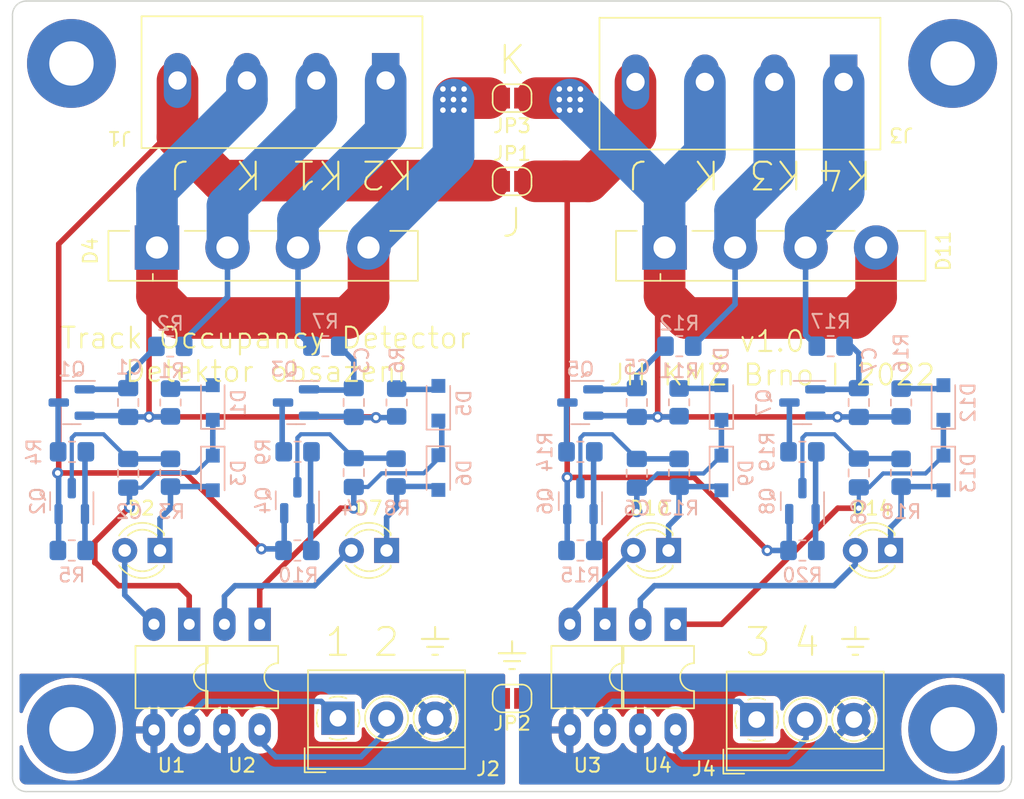
<source format=kicad_pcb>
(kicad_pcb (version 20211014) (generator pcbnew)
  (layers (0 "F.Cu" signal) (31 "B.Cu" signal) (34 "B.Paste" user) (35 "F.Paste" user) (36 "B.SilkS" user "B.Silkscreen") (37 "F.SilkS" user "F.Silkscreen") (38 "B.Mask" user) (39 "F.Mask" user) (44 "Edge.Cuts" user))
  (net 0 "")
  (net 1 "/K1")
  (net 2 "Net-(C1-Pad2)")
  (net 3 "Net-(C2-Pad1)")
  (net 4 "Net-(C2-Pad2)")
  (net 5 "Net-(C3-Pad2)")
  (net 6 "Net-(C4-Pad1)")
  (net 7 "Net-(C4-Pad2)")
  (net 8 "/K2")
  (net 9 "Net-(C5-Pad2)")
  (net 10 "Net-(C6-Pad1)")
  (net 11 "Net-(C6-Pad2)")
  (net 12 "Net-(C7-Pad2)")
  (net 13 "Net-(C8-Pad1)")
  (net 14 "Net-(C8-Pad2)")
  (net 15 "Net-(D1-Pad2)")
  (net 16 "Net-(D2-Pad1)")
  (net 17 "Net-(D2-Pad2)")
  (net 18 "/K1B")
  (net 19 "/K1A")
  (net 20 "Net-(D5-Pad2)")
  (net 21 "Net-(D6-Pad2)")
  (net 22 "Net-(D7-Pad2)")
  (net 23 "Net-(D8-Pad2)")
  (net 24 "Net-(D10-Pad1)")
  (net 25 "Net-(D10-Pad2)")
  (net 26 "/K2B")
  (net 27 "/K2A")
  (net 28 "Net-(D12-Pad2)")
  (net 29 "Net-(D13-Pad2)")
  (net 30 "Net-(D14-Pad2)")
  (net 31 "/J1")
  (net 32 "/T1")
  (net 33 "/T2")
  (net 34 "/GNDA")
  (net 35 "/J2")
  (net 36 "/T3")
  (net 37 "/T4")
  (net 38 "/GNDB")
  (net 39 "Net-(Q2-Pad1)")
  (net 40 "Net-(Q3-Pad3)")
  (net 41 "Net-(Q4-Pad1)")
  (net 42 "Net-(Q5-Pad3)")
  (net 43 "Net-(Q6-Pad1)")
  (net 44 "Net-(Q7-Pad3)")
  (net 45 "Net-(Q8-Pad1)")
  (net 46 "Net-(Q1-Pad3)")
  (footprint "LED_THT:LED_D3.0mm" (layer "F.Cu") (at 139.959 102.616 180)
    (fp_text reference "D7")
    (fp_text value "LED")
  )
  (footprint "LED_THT:LED_D3.0mm" (layer "F.Cu") (at 160.279 102.616 180)
    (fp_text reference "D10")
    (fp_text value "LED")
  )
  (footprint "kikit:NPTH" (layer "F.Cu") (at 114.554 71.882)
    (fp_text reference "REF**" hide)
    (fp_text value "NPTH" hide)
  )
  (footprint "TerminalBlock_Euroclamp:MVE252-5-V-2x" (layer "F.Cu") (at 165.5 68.606 180)
    (fp_text reference "J3")
    (fp_text value "Conn_01x04")
  )
  (footprint "Jumper:SolderJumper-2_P1.3mm_Open_RoundedPad1.0x1.5mm" (layer "F.Cu") (at 149 76 180)
    (fp_text reference "JP1")
    (fp_text value "SJ")
  )
  (footprint "Package_DIP:DIP-4_W7.62mm_LongPads" (layer "F.Cu") (at 160.782 107.935 -90)
    (fp_text reference "U4")
    (fp_text value "PC817")
  )
  (footprint "Diode_THT:Diode_Bridge_Vishay_GBU" (layer "F.Cu") (at 123.414 80.772)
    (fp_text reference "D4")
    (fp_text value "GBU8*")
  )
  (footprint "MountingHole:MountingHole_3.2mm_M3_Pad" (layer "F.Cu") (at 180.75 67.5)
    (fp_text reference "H2" hide)
    (fp_text value "MountingHole")
  )
  (footprint "LED_THT:LED_D3.0mm" (layer "F.Cu") (at 176.276 102.616 180)
    (fp_text reference "D14")
    (fp_text value "LED")
  )
  (footprint "MountingHole:MountingHole_3.2mm_M3_Pad" (layer "F.Cu") (at 117.25 67.5)
    (fp_text reference "H3" hide)
    (fp_text value "MountingHole")
  )
  (footprint "Jumper:SolderJumper-2_P1.3mm_Open_RoundedPad1.0x1.5mm" (layer "F.Cu") (at 149 70 180)
    (fp_text reference "JP3")
    (fp_text value "SJ")
  )
  (footprint "Jumper:SolderJumper-2_P1.3mm_Open_RoundedPad1.0x1.5mm" (layer "F.Cu") (at 149 113.284 180)
    (fp_text reference "JP2")
    (fp_text value "SJ")
  )
  (footprint "Package_DIP:DIP-4_W7.62mm_LongPads" (layer "F.Cu") (at 130.815 107.935 -90)
    (fp_text reference "U2")
    (fp_text value "PC817")
  )
  (footprint "Package_DIP:DIP-4_W7.62mm_LongPads" (layer "F.Cu") (at 125.735 107.935 -90)
    (fp_text reference "U1")
    (fp_text value "PC817")
  )
  (footprint "TerminalBlock_4Ucon:TerminalBlock_4Ucon_1x03_P3.50mm_Horizontal" (layer "F.Cu") (at 166.624 114.808)
    (fp_text reference "J4")
    (fp_text value "Conn_01x03")
  )
  (footprint "TerminalBlock_Euroclamp:MVE252-5-V-2x" (layer "F.Cu") (at 132.5 68.5 180)
    (fp_text reference "J1")
    (fp_text value "Conn_01x04")
  )
  (footprint "LED_THT:LED_D3.0mm" (layer "F.Cu") (at 123.629 102.616 180)
    (fp_text reference "D2")
    (fp_text value "LED")
  )
  (footprint "MountingHole:MountingHole_3.2mm_M3_Pad" (layer "F.Cu") (at 117.25 115.5)
    (fp_text reference "H1" hide)
    (fp_text value "MountingHole")
  )
  (footprint "Package_DIP:DIP-4_W7.62mm_LongPads" (layer "F.Cu") (at 155.702 107.935 -90)
    (fp_text reference "U3")
    (fp_text value "PC817")
  )
  (footprint "Diode_THT:Diode_Bridge_Vishay_GBU" (layer "F.Cu") (at 159.99 80.772)
    (fp_text reference "D11")
    (fp_text value "GBU8*")
  )
  (footprint "MountingHole:MountingHole_3.2mm_M3_Pad" (layer "F.Cu") (at 180.75 115.5)
    (fp_text reference "H4" hide)
    (fp_text value "MountingHole")
  )
  (footprint "kikit:NPTH" (layer "F.Cu") (at 183.388 109.728)
    (fp_text reference "REF**" hide)
    (fp_text value "NPTH" hide)
  )
  (footprint "TerminalBlock_4Ucon:TerminalBlock_4Ucon_1x03_P3.50mm_Horizontal" (layer "F.Cu") (at 136.454 114.708)
    (fp_text reference "J2")
    (fp_text value "Conn_01x03")
  )
  (footprint "Resistor_SMD:R_0805_2012Metric_Pad1.20x1.40mm_HandSolder" (layer "B.Cu") (at 153.924 95.504)
    (fp_text reference "R14")
    (fp_text value "82k")
  )
  (footprint "Package_TO_SOT_SMD:SOT-23" (layer "B.Cu") (at 153.924 99.06 90)
    (fp_text reference "Q6")
    (fp_text value "BC817")
  )
  (footprint "Resistor_SMD:R_0805_2012Metric_Pad1.20x1.40mm_HandSolder" (layer "B.Cu") (at 169.921 95.504)
    (fp_text reference "R19")
    (fp_text value "82k")
  )
  (footprint "Resistor_SMD:R_0805_2012Metric_Pad1.20x1.40mm_HandSolder" (layer "B.Cu") (at 161.036 97.012 -90)
    (fp_text reference "R13")
    (fp_text value "3k9")
  )
  (footprint "Capacitor_SMD:C_0805_2012Metric_Pad1.18x1.45mm_HandSolder" (layer "B.Cu") (at 173.985 91.948 90)
    (fp_text reference "C7")
    (fp_text value "22n")
  )
  (footprint "Diode_SMD:D_SOD-323_HandSoldering" (layer "B.Cu") (at 180.081 91.948 90)
    (fp_text reference "D12")
    (fp_text value "1N5819")
  )
  (footprint "Diode_SMD:D_SOD-323_HandSoldering" (layer "B.Cu") (at 127.434 91.948 90)
    (fp_text reference "D1")
    (fp_text value "1N5819")
  )
  (footprint "Diode_SMD:D_SOD-323_HandSoldering" (layer "B.Cu") (at 143.69 97 -90)
    (fp_text reference "D6")
    (fp_text value "1N5819")
  )
  (footprint "Capacitor_SMD:C_0805_2012Metric_Pad1.18x1.45mm_HandSolder" (layer "B.Cu") (at 121.338 97.0495 90)
    (fp_text reference "C2")
    (fp_text value "22u")
  )
  (footprint "Diode_SMD:D_SOD-323_HandSoldering" (layer "B.Cu") (at 127.434 97.028 -90)
    (fp_text reference "D3")
    (fp_text value "1N5819")
  )
  (footprint "Resistor_SMD:R_0805_2012Metric_Pad1.20x1.40mm_HandSolder" (layer "B.Cu") (at 117.274 102.616 180)
    (fp_text reference "R5")
    (fp_text value "82k")
  )
  (footprint "Resistor_SMD:R_0805_2012Metric_Pad1.20x1.40mm_HandSolder" (layer "B.Cu") (at 140.642 97 -90)
    (fp_text reference "R8")
    (fp_text value "3k9")
  )
  (footprint "Capacitor_SMD:C_0805_2012Metric_Pad1.18x1.45mm_HandSolder" (layer "B.Cu") (at 137.594 91.948 90)
    (fp_text reference "C3")
    (fp_text value "22n")
  )
  (footprint "Diode_SMD:D_SOD-323_HandSoldering" (layer "B.Cu") (at 164.084 91.948 90)
    (fp_text reference "D8")
    (fp_text value "1N5819")
  )
  (footprint "Resistor_SMD:R_0805_2012Metric_Pad1.20x1.40mm_HandSolder" (layer "B.Cu") (at 140.684 91.948 90)
    (fp_text reference "R6")
    (fp_text value "22R")
  )
  (footprint "Resistor_SMD:R_0805_2012Metric_Pad1.20x1.40mm_HandSolder" (layer "B.Cu") (at 124.386 91.948 90)
    (fp_text reference "R1")
    (fp_text value "22R")
  )
  (footprint "Package_TO_SOT_SMD:SOT-23" (layer "B.Cu") (at 153.924 91.948 180)
    (fp_text reference "Q5")
    (fp_text value "BC856")
  )
  (footprint "Resistor_SMD:R_0805_2012Metric_Pad1.20x1.40mm_HandSolder" (layer "B.Cu") (at 135.546 87.884)
    (fp_text reference "R7")
    (fp_text value "330R")
  )
  (footprint "Package_TO_SOT_SMD:SOT-23" (layer "B.Cu") (at 117.274 91.948 180)
    (fp_text reference "Q1")
    (fp_text value "BC856B")
  )
  (footprint "Capacitor_SMD:C_0805_2012Metric_Pad1.18x1.45mm_HandSolder" (layer "B.Cu") (at 157.988 97.0495 90)
    (fp_text reference "C6")
    (fp_text value "22u")
  )
  (footprint "Package_TO_SOT_SMD:SOT-23" (layer "B.Cu") (at 169.921 91.948 180)
    (fp_text reference "Q7")
    (fp_text value "BC856")
  )
  (footprint "Resistor_SMD:R_0805_2012Metric_Pad1.20x1.40mm_HandSolder" (layer "B.Cu") (at 124.386 97.012 -90)
    (fp_text reference "R3")
    (fp_text value "3k9")
  )
  (footprint "Capacitor_SMD:C_0805_2012Metric_Pad1.18x1.45mm_HandSolder" (layer "B.Cu") (at 121.338 91.948 90)
    (fp_text reference "C1")
    (fp_text value "22n")
  )
  (footprint "Resistor_SMD:R_0805_2012Metric_Pad1.20x1.40mm_HandSolder" (layer "B.Cu") (at 153.924 102.616 180)
    (fp_text reference "R15")
    (fp_text value "82k")
  )
  (footprint "Resistor_SMD:R_0805_2012Metric_Pad1.20x1.40mm_HandSolder" (layer "B.Cu") (at 124.37 87.9 180)
    (fp_text reference "R2")
    (fp_text value "330R")
  )
  (footprint "Diode_SMD:D_SOD-323_HandSoldering" (layer "B.Cu") (at 143.69 92 90)
    (fp_text reference "D5")
    (fp_text value "1N5819")
  )
  (footprint "Package_TO_SOT_SMD:SOT-23" (layer "B.Cu") (at 133.53 99 90)
    (fp_text reference "Q4")
    (fp_text value "BC817")
  )
  (footprint "Resistor_SMD:R_0805_2012Metric_Pad1.20x1.40mm_HandSolder" (layer "B.Cu") (at 171.958 87.884)
    (fp_text reference "R17")
    (fp_text value "330R")
  )
  (footprint "Resistor_SMD:R_0805_2012Metric_Pad1.20x1.40mm_HandSolder" (layer "B.Cu") (at 133.546 95.5)
    (fp_text reference "R9")
    (fp_text value "82k")
  )
  (footprint "Resistor_SMD:R_0805_2012Metric_Pad1.20x1.40mm_HandSolder" (layer "B.Cu") (at 133.53 102.616 180)
    (fp_text reference "R10")
    (fp_text value "82k")
  )
  (footprint "Resistor_SMD:R_0805_2012Metric_Pad1.20x1.40mm_HandSolder" (layer "B.Cu") (at 161.052 87.884 180)
    (fp_text reference "R12")
    (fp_text value "330R")
  )
  (footprint "Resistor_SMD:R_0805_2012Metric_Pad1.20x1.40mm_HandSolder" (layer "B.Cu") (at 177.033 91.948 90)
    (fp_text reference "R16")
    (fp_text value "22R")
  )
  (footprint "Capacitor_SMD:C_0805_2012Metric_Pad1.18x1.45mm_HandSolder" (layer "B.Cu") (at 173.985 97.028 90)
    (fp_text reference "C8")
    (fp_text value "22u")
  )
  (footprint "Resistor_SMD:R_0805_2012Metric_Pad1.20x1.40mm_HandSolder" (layer "B.Cu") (at 117.29 95.504)
    (fp_text reference "R4")
    (fp_text value "82k")
  )
  (footprint "Capacitor_SMD:C_0805_2012Metric_Pad1.18x1.45mm_HandSolder" (layer "B.Cu") (at 137.594 97 90)
    (fp_text reference "C4")
    (fp_text value "22u")
  )
  (footprint "Resistor_SMD:R_0805_2012Metric_Pad1.20x1.40mm_HandSolder" (layer "B.Cu") (at 177.033 97.012 -90)
    (fp_text reference "R18")
    (fp_text value "3k9")
  )
  (footprint "Diode_SMD:D_SOD-323_HandSoldering" (layer "B.Cu") (at 164.084 97.028 -90)
    (fp_text reference "D9")
    (fp_text value "1N5819")
  )
  (footprint "Package_TO_SOT_SMD:SOT-23" (layer "B.Cu") (at 133.434 91.948 180)
    (fp_text reference "Q3")
    (fp_text value "BC856B")
  )
  (footprint "Resistor_SMD:R_0805_2012Metric_Pad1.20x1.40mm_HandSolder" (layer "B.Cu") (at 161.036 91.932 90)
    (fp_text reference "R11")
    (fp_text value "22R")
  )
  (footprint "Package_TO_SOT_SMD:SOT-23" (layer "B.Cu") (at 169.921 99.06 90)
    (fp_text reference "Q8")
    (fp_text value "BC817")
  )
  (footprint "Resistor_SMD:R_0805_2012Metric_Pad1.20x1.40mm_HandSolder" (layer "B.Cu") (at 169.921 102.616 180)
    (fp_text reference "R20")
    (fp_text value "82k")
  )
  (footprint "Diode_SMD:D_SOD-323_HandSoldering" (layer "B.Cu") (at 180.081 97.028 -90)
    (fp_text reference "D13")
    (fp_text value "1N5819")
  )
  (footprint "Package_TO_SOT_SMD:SOT-23" (layer "B.Cu") (at 117.274 99.06 90)
    (fp_text reference "Q2")
    (fp_text value "BC817")
  )
  (footprint "Capacitor_SMD:C_0805_2012Metric_Pad1.18x1.45mm_HandSolder" (layer "B.Cu") (at 157.988 91.948 90)
    (fp_text reference "C5")
    (fp_text value "22n")
  )
  (gr_arc (start 185 119) (mid 184.707107 119.707107) (end 184 120) (layer "Edge.Cuts") (width 0.1))
  (gr_arc (start 114 120) (mid 113.292893 119.707107) (end 113 119) (layer "Edge.Cuts") (width 0.1))
  (gr_line (start 113 64) (end 113 119) (layer "Edge.Cuts") (width 0.1))
  (gr_line (start 184 63) (end 114 63) (layer "Edge.Cuts") (width 0.1))
  (gr_arc (start 113 64) (mid 113.292893 63.292893) (end 114 63) (layer "Edge.Cuts") (width 0.1))
  (gr_line (start 185 119) (end 185 64) (layer "Edge.Cuts") (width 0.1))
  (gr_arc (start 184 63) (mid 184.707107 63.292893) (end 185 64) (layer "Edge.Cuts") (width 0.1))
  (gr_line (start 114 120) (end 184 120) (layer "Edge.Cuts") (width 0.1))
  (gr_text "⏚" (at 173.736 109.22) (layer "F.SilkS") (effects (font (size 2 2)) (justify mirror)))
  (gr_text "K1" (at 135 75.5 180) (layer "F.SilkS") (effects (font (size 2 2))))
  (gr_text "4" (at 170.236 109.22) (layer "F.SilkS") (effects (font (size 2 2))))
  (gr_text "2" (at 139.954 109.22) (layer "F.SilkS") (effects (font (size 2 2))))
  (gr_text "K4" (at 173 75.5 180) (layer "F.SilkS") (effects (font (size 2 2))))
  (gr_text "K" (at 163 75.5 180) (layer "F.SilkS") (effects (font (size 2 2))))
  (gr_text "K3" (at 168 75.5 180) (layer "F.SilkS") (effects (font (size 2 2))))
  (gr_text "v1.0\nJH KMŽ Brno I 2022" (at 167.75 88.75) (layer "F.SilkS") (effects (font (size 1.5 1.5))))
  (gr_text "K" (at 149 67.25) (layer "F.SilkS") (effects (font (size 2 2))))
  (gr_text "1" (at 136.454 109.22) (layer "F.SilkS") (effects (font (size 2 2))))
  (gr_text "J" (at 125 75.5 180) (layer "F.SilkS") (effects (font (size 2 2))))
  (gr_text "K" (at 130 75.5 180) (layer "F.SilkS") (effects (font (size 2 2))))
  (gr_text "K2" (at 140 75.5 180) (layer "F.SilkS") (effects (font (size 2 2))))
  (gr_text "J" (at 158 75.5 180) (layer "F.SilkS") (effects (font (size 2 2))))
  (gr_text "3" (at 166.736 109.22) (layer "F.SilkS") (effects (font (size 2 2))))
  (gr_text "J" (at 149 79) (layer "F.SilkS") (effects (font (size 2 2))))
  (gr_text "⏚" (at 149 110.25) (layer "F.SilkS") (effects (font (size 2 2)) (justify mirror)))
  (gr_text "Track Occupancy Detector\nDetektor obsazení" (at 131.25 88.5) (layer "F.SilkS") (effects (font (size 1.5 1.5))))
  (gr_text "⏚" (at 143.454 109.22) (layer "F.SilkS") (effects (font (size 2 2)) (justify mirror)))
  (segment (start 122.8405 92.9855) (end 122.8405 84.8715) (width 0.4) (layer "F.Cu") (net 1))
  (segment (start 137.16 85.852) (end 124.968 85.852) (width 3) (layer "F.Cu") (net 1))
  (segment (start 123.414 84.298) (end 123.414 80.772) (width 3) (layer "F.Cu") (net 1))
  (segment (start 139.1395 92.9855) (end 139.1915 93.0375) (width 0.4) (layer "F.Cu") (net 1))
  (segment (start 138.654 80.772) (end 138.654 84.358) (width 3) (layer "F.Cu") (net 1))
  (segment (start 122.8405 92.9855) (end 122.862 92.964) (width 0.4) (layer "F.Cu") (net 1))
  (segment (start 138.654 84.358) (end 137.16 85.852) (width 3) (layer "F.Cu") (net 1))
  (segment (start 124.968 85.852) (end 123.414 84.298) (width 3) (layer "F.Cu") (net 1))
  (segment (start 122.8405 92.9855) (end 139.1395 92.9855) (width 0.4) (layer "F.Cu") (net 1))
  (segment (start 144.82 70) (end 147.32 70) (width 3) (layer "F.Cu") (net 1))
  (segment (start 122.8405 84.8715) (end 123.414 84.298) (width 0.4) (layer "F.Cu") (net 1))
  (via (at 122.8405 92.9855) (size 0.8) (drill 0.4) (layers "F.Cu" "B.Cu") (net 1))
  (via (at 145.542 70.866) (size 0.8) (drill 0.4) (layers "F.Cu" "B.Cu") (net 1))
  (via (at 145.542 70.104) (size 0.8) (drill 0.4) (layers "F.Cu" "B.Cu") (net 1))
  (via (at 144.018 70.104) (size 0.8) (drill 0.4) (layers "F.Cu" "B.Cu") (net 1))
  (via (at 144.78 70.866) (size 0.8) (drill 0.4) (layers "F.Cu" "B.Cu") (net 1))
  (via (at 144.78 70.104) (size 0.8) (drill 0.4) (layers "F.Cu" "B.Cu") (net 1))
  (via (at 144.018 70.866) (size 0.8) (drill 0.4) (layers "F.Cu" "B.Cu") (net 1))
  (via (at 139.1915 93.0375) (size 0.8) (drill 0.4) (layers "F.Cu" "B.Cu") (net 1))
  (via (at 144.78 69.342) (size 0.8) (drill 0.4) (layers "F.Cu" "B.Cu") (net 1))
  (via (at 145.542 69.342) (size 0.8) (drill 0.4) (layers "F.Cu" "B.Cu") (net 1))
  (via (at 144.018 69.342) (size 0.8) (drill 0.4) (layers "F.Cu" "B.Cu") (net 1))
  (segment (start 123.414 76.586) (end 123.414 80.772) (width 3) (layer "B.Cu") (net 1))
  (segment (start 139.1915 93.0375) (end 140.6465 93.0375) (width 0.4) (layer "B.Cu") (net 1))
  (segment (start 129.892 70.108) (end 123.414 76.586) (width 3) (layer "B.Cu") (net 1))
  (segment (start 129.892 68.728) (end 129.892 70.108) (width 3) (layer "B.Cu") (net 1))
  (segment (start 137.434 93.0375) (end 139.1915 93.0375) (width 0.4) (layer "B.Cu") (net 1))
  (segment (start 138.654 80.772) (end 138.654 80.294) (width 3) (layer "B.Cu") (net 1))
  (segment (start 122.8405 92.9855) (end 124.3485 92.9855) (width 0.4) (layer "B.Cu") (net 1))
  (segment (start 124.3485 92.9855) (end 124.386 92.948) (width 0.4) (layer "B.Cu") (net 1))
  (segment (start 140.6465 93.0375) (end 140.684 93) (width 0.4) (layer "B.Cu") (net 1))
  (segment (start 118.2115 92.898) (end 121.2505 92.898) (width 0.4) (layer "B.Cu") (net 1))
  (segment (start 144.78 74.168) (end 144.78 70.104) (width 3) (layer "B.Cu") (net 1))
  (segment (start 134.3715 92.95) (end 137.3465 92.95) (width 0.4) (layer "B.Cu") (net 1))
  (segment (start 138.654 80.294) (end 144.78 74.168) (width 3) (layer "B.Cu") (net 1))
  (segment (start 137.3465 92.95) (end 137.434 93.0375) (width 0.4) (layer "B.Cu") (net 1))
  (segment (start 121.338 92.9855) (end 122.8405 92.9855) (width 0.4) (layer "B.Cu") (net 1))
  (segment (start 121.2505 92.898) (end 121.338 92.9855) (width 0.4) (layer "B.Cu") (net 1))
  (segment (start 121.338 89.932) (end 123.37 87.9) (width 0.4) (layer "B.Cu") (net 2))
  (segment (start 118.2115 90.998) (end 121.2505 90.998) (width 0.4) (layer "B.Cu") (net 2))
  (segment (start 121.338 90.9105) (end 121.338 89.932) (width 0.4) (layer "B.Cu") (net 2))
  (segment (start 121.2505 90.998) (end 121.338 90.9105) (width 0.4) (layer "B.Cu") (net 2))
  (segment (start 118.994 103.5) (end 120.65 105.156) (width 0.4) (layer "F.Cu") (net 3))
  (segment (start 118.934 103.5) (end 118.994 103.5) (width 0.4) (layer "F.Cu") (net 3))
  (segment (start 124.968 105.156) (end 125.735 105.923) (width 0.4) (layer "F.Cu") (net 3))
  (segment (start 120.65 105.156) (end 124.968 105.156) (width 0.4) (layer "F.Cu") (net 3))
  (segment (start 121.434 99.5) (end 118.934 102) (width 0.4) (layer "F.Cu") (net 3))
  (segment (start 125.735 105.923) (end 125.735 107.935) (width 0.4) (layer "F.Cu") (net 3))
  (segment (start 118.934 102) (end 118.934 103.5) (width 0.4) (layer "F.Cu") (net 3))
  (via (at 121.434 99.5) (size 0.8) (drill 0.4) (layers "F.Cu" "B.Cu") (net 3))
  (segment (start 121.434 98.183) (end 121.338 98.087) (width 0.4) (layer "B.Cu") (net 3))
  (segment (start 121.434 99.5) (end 121.434 98.183) (width 0.4) (layer "B.Cu") (net 3))
  (segment (start 121.338 98.087) (end 122.311 98.087) (width 0.3) (layer "B.Cu") (net 3))
  (segment (start 123.386 97.012) (end 126.2 97.012) (width 0.3) (layer "B.Cu") (net 3))
  (segment (start 122.311 98.087) (end 123.386 97.012) (width 0.3) (layer "B.Cu") (net 3))
  (segment (start 126.2 97.012) (end 127.434 95.778) (width 0.3) (layer "B.Cu") (net 3))
  (segment (start 127.434 93.198) (end 127.434 94.488) (width 0.4) (layer "B.Cu") (net 3))
  (segment (start 127.434 94.488) (end 127.434 95.778) (width 0.4) (layer "B.Cu") (net 3))
  (segment (start 124.386 96.012) (end 121.338 96.012) (width 0.4) (layer "B.Cu") (net 4))
  (segment (start 121.338 96.012) (end 119.56 94.234) (width 0.3) (layer "B.Cu") (net 4))
  (segment (start 119.56 94.234) (end 117.528 94.234) (width 0.3) (layer "B.Cu") (net 4))
  (segment (start 117.528 94.234) (end 117.274 94.488) (width 0.3) (layer "B.Cu") (net 4))
  (segment (start 117.274 94.488) (end 117.274 98.1225) (width 0.3) (layer "B.Cu") (net 4))
  (segment (start 137.3465 91.05) (end 137.434 90.9625) (width 0.4) (layer "B.Cu") (net 5))
  (segment (start 137.594 90.9105) (end 137.594 88.932) (width 0.4) (layer "B.Cu") (net 5))
  (segment (start 134.3715 91.05) (end 137.3465 91.05) (width 0.4) (layer "B.Cu") (net 5))
  (segment (start 137.594 88.932) (end 136.546 87.884) (width 0.4) (layer "B.Cu") (net 5))
  (segment (start 136.642 99.568) (end 137.594 99.568) (width 0.4) (layer "F.Cu") (net 6))
  (segment (start 130.815 107.935) (end 130.815 105.395) (width 0.4) (layer "F.Cu") (net 6))
  (segment (start 130.815 105.395) (end 136.642 99.568) (width 0.4) (layer "F.Cu") (net 6))
  (via (at 137.594 99.568) (size 0.8) (drill 0.4) (layers "F.Cu" "B.Cu") (net 6))
  (segment (start 137.434 98.0375) (end 138.6165 98.0375) (width 0.3) (layer "B.Cu") (net 6))
  (segment (start 143.934 93.25) (end 143.934 95.75) (width 0.4) (layer "B.Cu") (net 6))
  (segment (start 142.634 97.05) (end 143.934 95.75) (width 0.3) (layer "B.Cu") (net 6))
  (segment (start 138.6165 98.0375) (end 139.604 97.05) (width 0.3) (layer "B.Cu") (net 6))
  (segment (start 139.604 97.05) (end 142.634 97.05) (width 0.3) (layer "B.Cu") (net 6))
  (segment (start 137.594 99.568) (end 137.594 98.0375) (width 0.4) (layer "B.Cu") (net 6))
  (segment (start 133.784 94.234) (end 135.8655 94.234) (width 0.3) (layer "B.Cu") (net 7))
  (segment (start 135.8655 94.234) (end 137.594 95.9625) (width 0.3) (layer "B.Cu") (net 7))
  (segment (start 133.53 94.488) (end 133.784 94.234) (width 0.3) (layer "B.Cu") (net 7))
  (segment (start 137.434 95.9625) (end 140.6465 95.9625) (width 0.4) (layer "B.Cu") (net 7))
  (segment (start 133.53 98.0625) (end 133.53 94.488) (width 0.3) (layer "B.Cu") (net 7))
  (segment (start 175.23 80.772) (end 175.23 84.358) (width 3) (layer "F.Cu") (net 8))
  (segment (start 175.23 84.358) (end 173.736 85.852) (width 3) (layer "F.Cu") (net 8))
  (segment (start 159.4165 81.3455) (end 159.99 80.772) (width 0.4) (layer "F.Cu") (net 8))
  (segment (start 161.544 85.852) (end 159.99 84.298) (width 3) (layer "F.Cu") (net 8))
  (segment (start 159.99 84.298) (end 159.99 80.772) (width 3) (layer "F.Cu") (net 8))
  (segment (start 159.4905 92.9855) (end 172.4445 92.9855) (width 0.4) (layer "F.Cu") (net 8))
  (segment (start 159.4905 81.2715) (end 159.99 80.772) (width 0.4) (layer "F.Cu") (net 8))
  (segment (start 173.736 85.852) (end 161.544 85.852) (width 3) (layer "F.Cu") (net 8))
  (segment (start 159.4905 92.9855) (end 159.4905 81.2715) (width 0.4) (layer "F.Cu") (net 8))
  (segment (start 153.416 70) (end 150.75 70) (width 3) (layer "F.Cu") (net 8))
  (segment (start 159.4165 84.8715) (end 159.99 84.298) (width 0.4) (layer "F.Cu") (net 8))
  (segment (start 159.512 81.25) (end 159.99 80.772) (width 0.4) (layer "F.Cu") (net 8))
  (via (at 159.4905 92.9855) (size 0.8) (drill 0.4) (layers "F.Cu" "B.Cu") (net 8))
  (via (at 152.4 70.104) (size 0.8) (drill 0.4) (layers "F.Cu" "B.Cu") (net 8))
  (via (at 152.4 69.342) (size 0.8) (drill 0.4) (layers "F.Cu" "B.Cu") (net 8))
  (via (at 153.924 70.104) (size 0.8) (drill 0.4) (layers "F.Cu" "B.Cu") (net 8))
  (via (at 153.924 70.866) (size 0.8) (drill 0.4) (layers "F.Cu" "B.Cu") (net 8))
  (via (at 153.924 69.342) (size 0.8) (drill 0.4) (layers "F.Cu" "B.Cu") (net 8))
  (via (at 172.4445 92.9855) (size 0.8) (drill 0.4) (layers "F.Cu" "B.Cu") (net 8))
  (via (at 153.162 70.866) (size 0.8) (drill 0.4) (layers "F.Cu" "B.Cu") (net 8))
  (via (at 152.4 70.866) (size 0.8) (drill 0.4) (layers "F.Cu" "B.Cu") (net 8))
  (via (at 153.162 69.342) (size 0.8) (drill 0.4) (layers "F.Cu" "B.Cu") (net 8))
  (via (at 153.162 70.104) (size 0.8) (drill 0.4) (layers "F.Cu" "B.Cu") (net 8))
  (segment (start 159.968 76.91) (end 153.162 70.104) (width 3) (layer "B.Cu") (net 8))
  (segment (start 162.892 68.834) (end 162.892 74.008) (width 3) (layer "B.Cu") (net 8))
  (segment (start 162.892 74.008) (end 159.99 76.91) (width 3) (layer "B.Cu") (net 8))
  (segment (start 160.9825 92.9855) (end 161.036 92.932) (width 0.4) (layer "B.Cu") (net 8))
  (segment (start 159.99 76.91) (end 159.968 76.91) (width 3) (layer "B.Cu") (net 8))
  (segment (start 157.988 92.9855) (end 159.4905 92.9855) (width 0.4) (layer "B.Cu") (net 8))
  (segment (start 159.4905 92.9855) (end 160.9825 92.9855) (width 0.4) (layer "B.Cu") (net 8))
  (segment (start 157.9005 92.898) (end 157.988 92.9855) (width 0.4) (layer "B.Cu") (net 8))
  (segment (start 154.8615 92.898) (end 157.9005 92.898) (width 0.4) (layer "B.Cu") (net 8))
  (segment (start 176.9955 92.9855) (end 177.033 92.948) (width 0.4) (layer "B.Cu") (net 8))
  (segment (start 170.946 92.9855) (end 170.8585 92.898) (width 0.4) (layer "B.Cu") (net 8))
  (segment (start 159.99 76.91) (end 159.99 80.772) (width 3) (layer "B.Cu") (net 8))
  (segment (start 173.985 92.9855) (end 176.9955 92.9855) (width 0.4) (layer "B.Cu") (net 8))
  (segment (start 173.985 92.9855) (end 170.946 92.9855) (width 0.4) (layer "B.Cu") (net 8))
  (segment (start 157.988 89.948) (end 160.052 87.884) (width 0.4) (layer "B.Cu") (net 9))
  (segment (start 154.8615 90.998) (end 157.9005 90.998) (width 0.4) (layer "B.Cu") (net 9))
  (segment (start 157.9005 90.998) (end 157.988 90.9105) (width 0.4) (layer "B.Cu") (net 9))
  (segment (start 157.988 90.9105) (end 157.988 89.948) (width 0.4) (layer "B.Cu") (net 9))
  (segment (start 157.734 99.822) (end 155.702 101.854) (width 0.4) (layer "F.Cu") (net 10))
  (segment (start 155.702 101.854) (end 155.702 107.935) (width 0.4) (layer "F.Cu") (net 10))
  (segment (start 157.988 99.822) (end 157.734 99.822) (width 0.4) (layer "F.Cu") (net 10))
  (via (at 157.988 99.822) (size 0.8) (drill 0.4) (layers "F.Cu" "B.Cu") (net 10))
  (segment (start 162.8 97.062) (end 164.084 95.778) (width 0.3) (layer "B.Cu") (net 10))
  (segment (start 158.453 98.087) (end 159.478 97.062) (width 0.3) (layer "B.Cu") (net 10))
  (segment (start 164.084 93.198) (end 164.084 95.778) (width 0.4) (layer "B.Cu") (net 10))
  (segment (start 157.988 98.087) (end 158.453 98.087) (width 0.3) (layer "B.Cu") (net 10))
  (segment (start 159.478 97.062) (end 162.8 97.062) (width 0.3) (layer "B.Cu") (net 10))
  (segment (start 157.988 99.822) (end 157.988 98.087) (width 0.4) (layer "B.Cu") (net 10))
  (segment (start 153.924 94.488) (end 154.178 94.234) (width 0.3) (layer "B.Cu") (net 11))
  (segment (start 153.924 98.1225) (end 153.924 94.488) (width 0.3) (layer "B.Cu") (net 11))
  (segment (start 154.178 94.234) (end 156.21 94.234) (width 0.3) (layer "B.Cu") (net 11))
  (segment (start 156.21 94.234) (end 157.988 96.012) (width 0.3) (layer "B.Cu") (net 11))
  (segment (start 157.988 96.012) (end 161.036 96.012) (width 0.4) (layer "B.Cu") (net 11))
  (segment (start 173.985 88.403) (end 173.466 87.884) (width 0.4) (layer "B.Cu") (net 12))
  (segment (start 173.985 90.9105) (end 173.985 88.403) (width 0.4) (layer "B.Cu") (net 12))
  (segment (start 173.8975 90.998) (end 173.985 90.9105) (width 0.4) (layer "B.Cu") (net 12))
  (segment (start 170.8585 90.998) (end 173.8975 90.998) (width 0.4) (layer "B.Cu") (net 12))
  (segment (start 164.099 107.935) (end 160.782 107.935) (width 0.4) (layer "F.Cu") (net 13))
  (segment (start 173.99 99.568) (end 172.466 99.568) (width 0.4) (layer "F.Cu") (net 13))
  (segment (start 172.466 99.568) (end 164.099 107.935) (width 0.4) (layer "F.Cu") (net 13))
  (via (at 173.99 99.568) (size 0.8) (drill 0.4) (layers "F.Cu" "B.Cu") (net 13))
  (segment (start 173.985 98.0655) (end 173.985 99.563) (width 0.3) (layer "B.Cu") (net 13))
  (segment (start 178.797 97.062) (end 180.081 95.778) (width 0.3) (layer "B.Cu") (net 13))
  (segment (start 175.734 97.062) (end 178.797 97.062) (width 0.3) (layer "B.Cu") (net 13))
  (segment (start 174.7305 98.0655) (end 175.734 97.062) (width 0.3) (layer "B.Cu") (net 13))
  (segment (start 173.985 98.0655) (end 174.7305 98.0655) (width 0.3) (layer "B.Cu") (net 13))
  (segment (start 173.985 99.563) (end 173.99 99.568) (width 0.3) (layer "B.Cu") (net 13))
  (segment (start 180.081 95.778) (end 180.081 93.198) (width 0.4) (layer "B.Cu") (net 13))
  (segment (start 169.921 98.1225) (end 169.921 94.493) (width 0.3) (layer "B.Cu") (net 14))
  (segment (start 170.18 94.234) (end 172.2285 94.234) (width 0.3) (layer "B.Cu") (net 14))
  (segment (start 172.2285 94.234) (end 173.985 95.9905) (width 0.3) (layer "B.Cu") (net 14))
  (segment (start 169.921 94.493) (end 170.18 94.234) (width 0.3) (layer "B.Cu") (net 14))
  (segment (start 173.985 95.9905) (end 177.0115 95.9905) (width 0.4) (layer "B.Cu") (net 14))
  (segment (start 177.0115 95.9905) (end 177.033 96.012) (width 0.4) (layer "B.Cu") (net 14))
  (segment (start 127.184 90.948) (end 127.434 90.698) (width 0.4) (layer "B.Cu") (net 15))
  (segment (start 124.386 90.948) (end 127.184 90.948) (width 0.4) (layer "B.Cu") (net 15))
  (segment (start 124.386 99.568) (end 123.629 100.325) (width 0.4) (layer "B.Cu") (net 16))
  (segment (start 124.386 98.012) (end 127.168 98.012) (width 0.4) (layer "B.Cu") (net 16))
  (segment (start 127.168 98.012) (end 127.434 98.278) (width 0.4) (layer "B.Cu") (net 16))
  (segment (start 124.386 98.012) (end 124.386 99.568) (width 0.4) (layer "B.Cu") (net 16))
  (segment (start 123.629 100.325) (end 123.629 102.616) (width 0.4) (layer "B.Cu") (net 16))
  (segment (start 121.089 102.616) (end 121.089 105.829) (width 0.4) (layer "B.Cu") (net 17))
  (segment (start 121.089 105.829) (end 123.195 107.935) (width 0.4) (layer "B.Cu") (net 17))
  (segment (start 139.892 72.452) (end 133.574 78.77) (width 3) (layer "B.Cu") (net 18))
  (segment (start 133.574 86.912) (end 133.574 81.946) (width 0.4) (layer "B.Cu") (net 18))
  (segment (start 139.892 68.728) (end 139.892 72.452) (width 3) (layer "B.Cu") (net 18))
  (segment (start 134.546 87.884) (end 133.574 86.912) (width 0.4) (layer "B.Cu") (net 18))
  (segment (start 133.574 78.77) (end 133.574 80.772) (width 3) (layer "B.Cu") (net 18))
  (segment (start 128.494 84.342) (end 128.494 80.772) (width 0.4) (layer "B.Cu") (net 19))
  (segment (start 128.494 77.754) (end 134.892 71.356) (width 3) (layer "B.Cu") (net 19))
  (segment (start 128.494 80.772) (end 128.494 77.754) (width 3) (layer "B.Cu") (net 19))
  (segment (start 124.936 87.9) (end 128.494 84.342) (width 0.4) (layer "B.Cu") (net 19))
  (segment (start 134.892 71.356) (end 134.892 68.728) (width 3) (layer "B.Cu") (net 19))
  (segment (start 143.684 91) (end 143.934 90.75) (width 0.4) (layer "B.Cu") (net 20))
  (segment (start 140.684 91) (end 143.684 91) (width 0.4) (layer "B.Cu") (net 20))
  (segment (start 143.684 98) (end 143.934 98.25) (width 0.4) (layer "B.Cu") (net 21))
  (segment (start 140.684 99.5) (end 140.684 98) (width 0.4) (layer "B.Cu") (net 21))
  (segment (start 139.959 100.225) (end 140.684 99.5) (width 0.4) (layer "B.Cu") (net 21))
  (segment (start 140.684 98) (end 143.684 98) (width 0.4) (layer "B.Cu") (net 21))
  (segment (start 139.959 102.5) (end 139.959 100.225) (width 0.4) (layer "B.Cu") (net 21))
  (segment (start 128.275 105.913) (end 128.275 107.935) (width 0.4) (layer "B.Cu") (net 22))
  (segment (start 134.763 105.156) (end 137.419 102.5) (width 0.4) (layer "B.Cu") (net 22))
  (segment (start 129.032 105.156) (end 128.275 105.913) (width 0.4) (layer "B.Cu") (net 22))
  (segment (start 134.763 105.156) (end 129.032 105.156) (width 0.4) (layer "B.Cu") (net 22))
  (segment (start 163.85 90.932) (end 164.084 90.698) (width 0.4) (layer "B.Cu") (net 23))
  (segment (start 161.036 90.932) (end 163.85 90.932) (width 0.4) (layer "B.Cu") (net 23))
  (segment (start 160.279 100.833) (end 161.036 100.076) (width 0.4) (layer "B.Cu") (net 24))
  (segment (start 160.279 102.616) (end 160.279 100.833) (width 0.4) (layer "B.Cu") (net 24))
  (segment (start 163.818 98.012) (end 164.084 98.278) (width 0.4) (layer "B.Cu") (net 24))
  (segment (start 161.036 100.076) (end 161.036 98.012) (width 0.4) (layer "B.Cu") (net 24))
  (segment (start 161.036 98.012) (end 163.818 98.012) (width 0.4) (layer "B.Cu") (net 24))
  (segment (start 153.162 107.193) (end 153.162 107.935) (width 0.4) (layer "B.Cu") (net 25))
  (segment (start 157.739 102.616) (end 153.162 107.193) (width 0.4) (layer "B.Cu") (net 25))
  (segment (start 170.15 79.532) (end 170.15 80.772) (width 3) (layer "B.Cu") (net 26))
  (segment (start 170.15 87.076) (end 170.958 87.884) (width 0.4) (layer "B.Cu") (net 26))
  (segment (start 172.892 76.79) (end 170.15 79.532) (width 3) (layer "B.Cu") (net 26))
  (segment (start 172.892 68.834) (end 172.892 76.79) (width 3) (layer "B.Cu") (net 26))
  (segment (start 170.15 80.772) (end 170.15 87.076) (width 0.4) (layer "B.Cu") (net 26))
  (segment (start 165.07 84.866) (end 165.07 80.772) (width 0.4) (layer "B.Cu") (net 27))
  (segment (start 167.892 68.834) (end 167.892 75.279) (width 3) (layer "B.Cu") (net 27))
  (segment (start 162.052 87.884) (end 165.07 84.866) (width 0.4) (layer "B.Cu") (net 27))
  (segment (start 165.07 78.101) (end 165.07 80.772) (width 3) (layer "B.Cu") (net 27))
  (segment (start 167.892 75.279) (end 165.07 78.101) (width 3) (layer "B.Cu") (net 27))
  (segment (start 177.033 90.948) (end 179.831 90.948) (width 0.4) (layer "B.Cu") (net 28))
  (segment (start 179.831 90.948) (end 180.081 90.698) (width 0.4) (layer "B.Cu") (net 28))
  (segment (start 176.276 102.616) (end 176.276 100.9465) (width 0.4) (layer "B.Cu") (net 29))
  (segment (start 177.033 100.1895) (end 177.033 98.012) (width 0.4) (layer "B.Cu") (net 29))
  (segment (start 176.276 100.9465) (end 177.033 100.1895) (width 0.4) (layer "B.Cu") (net 29))
  (segment (start 179.815 98.012) (end 180.081 98.278) (width 0.4) (layer "B.Cu") (net 29))
  (segment (start 177.033 98.012) (end 179.815 98.012) (width 0.4) (layer "B.Cu") (net 29))
  (segment (start 158.242 106.172) (end 158.242 107.935) (width 0.4) (layer "B.Cu") (net 30))
  (segment (start 159.258 105.156) (end 158.242 106.172) (width 0.4) (layer "B.Cu") (net 30))
  (segment (start 173.736 103.632) (end 172.212 105.156) (width 0.4) (layer "B.Cu") (net 30))
  (segment (start 172.212 105.156) (end 159.258 105.156) (width 0.4) (layer "B.Cu") (net 30))
  (segment (start 173.736 102.616) (end 173.736 103.632) (width 0.4) (layer "B.Cu") (net 30))
  (segment (start 116.332 80.518) (end 116.332 96.954) (width 0.4) (layer "F.Cu") (net 31))
  (segment (start 125.462 97.028) (end 130.934 102.5) (width 0.4) (layer "F.Cu") (net 31))
  (segment (start 116.332 96.954) (end 116.258 97.028) (width 0.4) (layer "F.Cu") (net 31))
  (segment (start 128.016 75.946) (end 147.32 75.946) (width 3) (layer "F.Cu") (net 31))
  (segment (start 124.892 72.822) (end 124.892 68.728) (width 3) (layer "F.Cu") (net 31))
  (segment (start 123.824 73.026) (end 116.332 80.518) (width 0.4) (layer "F.Cu") (net 31))
  (segment (start 128.016 75.946) (end 124.892 72.822) (width 3) (layer "F.Cu") (net 31))
  (segment (start 123.824 69) (end 123.824 73.026) (width 0.4) (layer "F.Cu") (net 31))
  (segment (start 116.258 97.028) (end 125.462 97.028) (width 0.4) (layer "F.Cu") (net 31))
  (via (at 116.258 97.028) (size 0.8) (drill 0.4) (layers "F.Cu" "B.Cu") (net 31))
  (via (at 130.934 102.5) (size 0.8) (drill 0.4) (layers "F.Cu" "B.Cu") (net 31))
  (segment (start 116.324 99.9975) (end 116.324 102.582) (width 0.4) (layer "B.Cu") (net 31))
  (segment (start 132.58 99.9375) (end 132.58 102.566) (width 0.4) (layer "B.Cu") (net 31))
  (segment (start 116.324 97.094) (end 116.258 97.028) (width 0.4) (layer "B.Cu") (net 31))
  (segment (start 130.934 102.5) (end 132.414 102.5) (width 0.4) (layer "B.Cu") (net 31))
  (segment (start 116.324 102.582) (end 116.29 102.616) (width 0.4) (layer "B.Cu") (net 31))
  (segment (start 116.324 99.9975) (end 116.324 97.094) (width 0.4) (layer "B.Cu") (net 31))
  (segment (start 125.735 115.555) (end 125.735 114.549) (width 0.4) (layer "B.Cu") (net 32))
  (segment (start 125.735 114.549) (end 126.784 113.5) (width 0.4) (layer "B.Cu") (net 32))
  (segment (start 126.784 113.5) (end 135.246 113.5) (width 0.4) (layer "B.Cu") (net 32))
  (segment (start 135.246 113.5) (end 136.454 114.708) (width 0.4) (layer "B.Cu") (net 32))
  (segment (start 139.954 115.647) (end 138.101 117.5) (width 0.4) (layer "B.Cu") (net 33))
  (segment (start 131.978 117.5) (end 130.815 116.337) (width 0.4) (layer "B.Cu") (net 33))
  (segment (start 139.954 114.708) (end 139.954 115.647) (width 0.4) (layer "B.Cu") (net 33))
  (segment (start 130.815 116.337) (end 130.815 115.555) (width 0.4) (layer "B.Cu") (net 33))
  (segment (start 138.101 117.5) (end 131.978 117.5) (width 0.4) (layer "B.Cu") (net 33))
  (segment (start 128.275 115.555) (end 128.275 115.775) (width 0.4) (layer "B.Cu") (net 34))
  (segment (start 152.974 76.12) (end 152.854 76) (width 0.4) (layer "F.Cu") (net 35))
  (segment (start 157.892 68.834) (end 157.892 72.608) (width 3) (layer "F.Cu") (net 35))
  (segment (start 162.118 97.348) (end 152.974 97.348) (width 0.4) (layer "F.Cu") (net 35))
  (segment (start 152.974 97.348) (end 152.974 76.12) (width 0.4) (layer "F.Cu") (net 35))
  (segment (start 152.854 76) (end 150.7 76) (width 3) (layer "F.Cu") (net 35))
  (segment (start 167.386 102.616) (end 162.118 97.348) (width 0.4) (layer "F.Cu") (net 35))
  (segment (start 154.5 76) (end 152.854 76) (width 3) (layer "F.Cu") (net 35))
  (segment (start 157.892 72.608) (end 154.5 76) (width 3) (layer "F.Cu") (net 35))
  (via (at 167.386 102.616) (size 0.8) (drill 0.4) (layers "F.Cu" "B.Cu") (net 35))
  (via (at 152.974 97.348) (size 0.8) (drill 0.4) (layers "F.Cu" "B.Cu") (net 35))
  (segment (start 152.974 102.566) (end 152.924 102.616) (width 0.4) (layer "B.Cu") (net 35))
  (segment (start 168.971 99.9975) (end 168.971 102.566) (width 0.4) (layer "B.Cu") (net 35))
  (segment (start 167.386 102.616) (end 168.921 102.616) (width 0.4) (layer "B.Cu") (net 35))
  (segment (start 168.971 102.566) (end 168.921 102.616) (width 0.4) (layer "B.Cu") (net 35))
  (segment (start 152.974 99.9975) (end 152.974 102.566) (width 0.4) (layer "B.Cu") (net 35))
  (segment (start 152.974 99.9975) (end 152.974 97.348) (width 0.4) (layer "B.Cu") (net 35))
  (segment (start 155.702 114.046) (end 155.702 115.555) (width 0.4) (layer "B.Cu") (net 36))
  (segment (start 166.662 114.808) (end 165.354 113.5) (width 0.4) (layer "B.Cu") (net 36))
  (segment (start 165.354 113.5) (end 156.248 113.5) (width 0.4) (layer "B.Cu") (net 36))
  (segment (start 156.248 113.5) (end 155.702 114.046) (width 0.4) (layer "B.Cu") (net 36))
  (segment (start 160.782 116.992) (end 161.29 117.5) (width 0.4) (layer "B.Cu") (net 37))
  (segment (start 160.782 115.555) (end 160.782 116.992) (width 0.4) (layer "B.Cu") (net 37))
  (segment (start 161.29 117.5) (end 168.862 117.5) (width 0.4) (layer "B.Cu") (net 37))
  (segment (start 170.18 116.182) (end 170.18 114.808) (width 0.4) (layer "B.Cu") (net 37))
  (segment (start 168.862 117.5) (end 170.18 116.182) (width 0.4) (layer "B.Cu") (net 37))
  (segment (start 118.224 99.9975) (end 118.224 102.55) (width 0.4) (layer "B.Cu") (net 39))
  (segment (start 118.224 95.57) (end 118.29 95.504) (width 0.4) (layer "B.Cu") (net 39))
  (segment (start 118.224 99.9975) (end 118.224 95.57) (width 0.4) (layer "B.Cu") (net 39))
  (segment (start 118.224 102.55) (end 118.29 102.616) (width 0.4) (layer "B.Cu") (net 39))
  (segment (start 132.434 92.0625) (end 132.4965 92) (width 0.4) (layer "B.Cu") (net 40))
  (segment (start 132.434 95.5) (end 132.434 92.0625) (width 0.4) (layer "B.Cu") (net 40))
  (segment (start 134.48 99.9375) (end 134.48 102.566) (width 0.4) (layer "B.Cu") (net 41))
  (segment (start 134.48 95.566) (end 134.546 95.5) (width 0.4) (layer "B.Cu") (net 41))
  (segment (start 134.384 102.7) (end 134.434 102.75) (width 0.4) (layer "B.Cu") (net 41))
  (segment (start 134.48 102.566) (end 134.53 102.616) (width 0.4) (layer "B.Cu") (net 41))
  (segment (start 134.48 99.9375) (end 134.48 95.566) (width 0.4) (layer "B.Cu") (net 41))
  (segment (start 152.924 92.0105) (end 152.9865 91.948) (width 0.4) (layer "B.Cu") (net 42))
  (segment (start 152.924 95.504) (end 152.924 92.0105) (width 0.4) (layer "B.Cu") (net 42))
  (segment (start 154.874 95.554) (end 154.924 95.504) (width 0.4) (layer "B.Cu") (net 43))
  (segment (start 154.874 102.566) (end 154.924 102.616) (width 0.4) (layer "B.Cu") (net 43))
  (segment (start 154.874 99.9975) (end 154.874 95.554) (width 0.4) (layer "B.Cu") (net 43))
  (segment (start 154.874 99.9975) (end 154.874 102.566) (width 0.4) (layer "B.Cu") (net 43))
  (segment (start 168.9835 95.4415) (end 168.921 95.504) (width 0.4) (layer "B.Cu") (net 44))
  (segment (start 168.9835 91.948) (end 168.9835 95.4415) (width 0.4) (layer "B.Cu") (net 44))
  (segment (start 170.871 99.9975) (end 170.871 95.554) (width 0.4) (layer "B.Cu") (net 45))
  (segment (start 170.871 99.9975) (end 170.871 102.566) (width 0.4) (layer "B.Cu") (net 45))
  (segment (start 170.871 95.554) (end 170.921 95.504) (width 0.4) (layer "B.Cu") (net 45))
  (segment (start 170.871 102.566) (end 170.921 102.616) (width 0.4) (layer "B.Cu") (net 45))
  (segment (start 116.29 91.9945) (end 116.3365 91.948) (width 0.4) (layer "B.Cu") (net 46))
  (segment (start 116.29 95.504) (end 116.29 91.9945) (width 0.4) (layer "B.Cu") (net 46))
  (zone (net 38) (net_name "/GNDB") (layer "F.Cu") (connect_pads (clearance 0.508)) (min_thickness 0.254) (fill yes (thermal_gap 0.508) (thermal_bridge_width 0.508))
    (polygon (pts (xy 185 120) (xy 149.5 120) (xy 149.5 111.5) (xy 185 111.5)))
  )
  (zone (net 34) (net_name "/GNDA") (layer "F.Cu") (connect_pads (clearance 0.508)) (min_thickness 0.254) (fill yes (thermal_gap 0.508) (thermal_bridge_width 0.508))
    (polygon (pts (xy 148.5 120) (xy 113 120) (xy 113 111.5) (xy 148.5 111.5)))
  )
  (zone (net 34) (net_name "/GNDA") (layer "B.Cu") (connect_pads (clearance 0.508)) (min_thickness 0.254) (fill yes (thermal_gap 0.508) (thermal_bridge_width 0.508))
    (polygon (pts (xy 148.5 120) (xy 113 120) (xy 113 111.5) (xy 148.5 111.5)))
  )
  (zone (net 38) (net_name "/GNDB") (layer "B.Cu") (connect_pads (clearance 0.508)) (min_thickness 0.254) (fill yes (thermal_gap 0.508) (thermal_bridge_width 0.508))
    (polygon (pts (xy 185 120) (xy 149.5 120) (xy 149.5 111.5) (xy 185 111.5)))
  )
)
</source>
